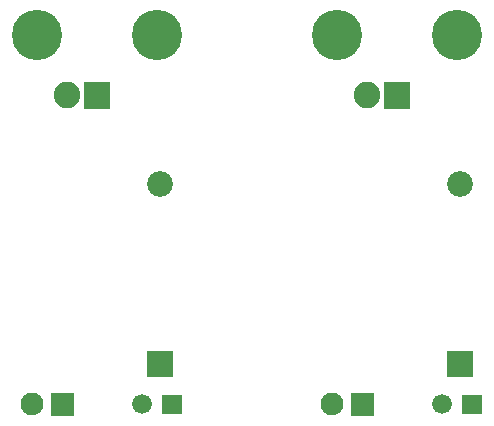
<source format=gbs>
G04 start of page 2 for group 17 layer_idx 11 *
G04 Title: (unknown), bottom_mask *
G04 Creator: pcb-rnd 3.1.8-dev *
G04 CreationDate: 2025-10-15 01:59:17 UTC *
G04 For:  *
G04 Format: Gerber/RS-274X *
G04 PCB-Dimensions: 300000 400000 *
G04 PCB-Coordinate-Origin: lower left *
%MOIN*%
%FSLAX25Y25*%
%LNBOTTOM_MASK_NONE_17*%
%ADD101C,0.0886*%
%ADD100C,0.0860*%
%ADD99C,0.0660*%
%ADD98C,0.0760*%
%ADD97C,0.0001*%
%ADD96C,0.1678*%
G54D96*X44000Y258500D03*
X84000D03*
X144000D03*
X184000D03*
G54D97*G36*
X48700Y139300D02*X56300D01*
Y131700D01*
X48700D01*
Y139300D01*
G37*
G54D98*X42500Y135500D03*
G54D99*X79000D03*
G54D97*G36*
X80700Y153300D02*X89300D01*
Y144700D01*
X80700D01*
Y153300D01*
G37*
G36*
X85700Y138800D02*X92300D01*
Y132200D01*
X85700D01*
Y138800D01*
G37*
G36*
X180700Y153300D02*X189300D01*
Y144700D01*
X180700D01*
Y153300D01*
G37*
G36*
X148700Y139300D02*X156300D01*
Y131700D01*
X148700D01*
Y139300D01*
G37*
G54D98*X142500Y135500D03*
G54D99*X179000D03*
G54D97*G36*
X185700Y138800D02*X192300D01*
Y132200D01*
X185700D01*
Y138800D01*
G37*
G54D100*X85000Y209000D03*
X185000D03*
G54D97*G36*
X59571Y242929D02*Y234071D01*
X68429D01*
Y242929D01*
X59571D01*
G37*
G54D101*X54000Y238500D03*
G54D97*G36*
X159571Y242929D02*Y234071D01*
X168429D01*
Y242929D01*
X159571D01*
G37*
G54D101*X154000Y238500D03*
M02*

</source>
